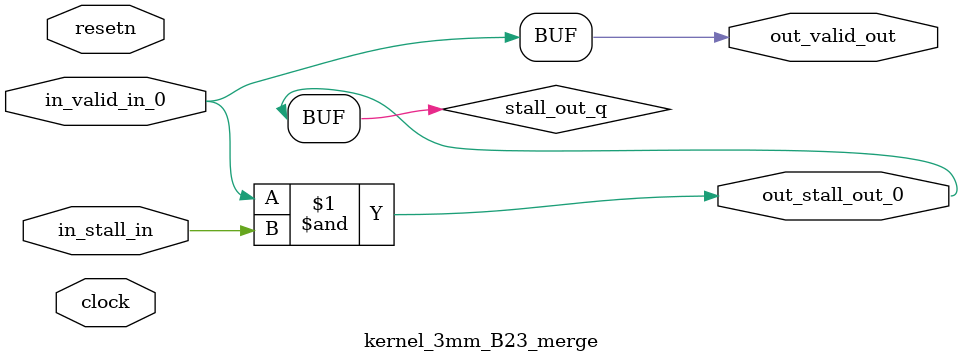
<source format=sv>



(* altera_attribute = "-name AUTO_SHIFT_REGISTER_RECOGNITION OFF; -name MESSAGE_DISABLE 10036; -name MESSAGE_DISABLE 10037; -name MESSAGE_DISABLE 14130; -name MESSAGE_DISABLE 14320; -name MESSAGE_DISABLE 15400; -name MESSAGE_DISABLE 14130; -name MESSAGE_DISABLE 10036; -name MESSAGE_DISABLE 12020; -name MESSAGE_DISABLE 12030; -name MESSAGE_DISABLE 12010; -name MESSAGE_DISABLE 12110; -name MESSAGE_DISABLE 14320; -name MESSAGE_DISABLE 13410; -name MESSAGE_DISABLE 113007; -name MESSAGE_DISABLE 10958" *)
module kernel_3mm_B23_merge (
    input wire [0:0] in_stall_in,
    input wire [0:0] in_valid_in_0,
    output wire [0:0] out_stall_out_0,
    output wire [0:0] out_valid_out,
    input wire clock,
    input wire resetn
    );

    wire [0:0] stall_out_q;


    // stall_out(LOGICAL,6)
    assign stall_out_q = in_valid_in_0 & in_stall_in;

    // out_stall_out_0(GPOUT,4)
    assign out_stall_out_0 = stall_out_q;

    // out_valid_out(GPOUT,5)
    assign out_valid_out = in_valid_in_0;

endmodule

</source>
